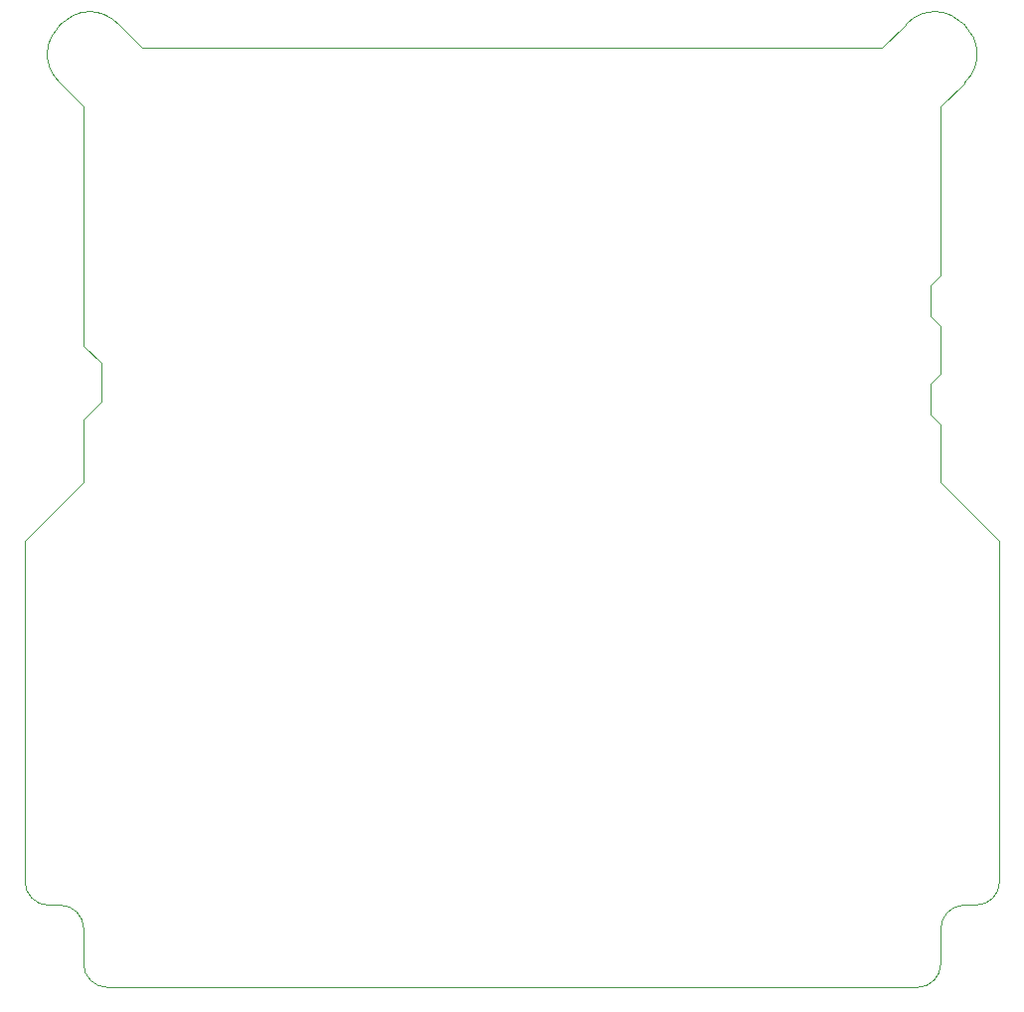
<source format=gbr>
G04 #@! TF.GenerationSoftware,KiCad,Pcbnew,(6.0.10-0)*
G04 #@! TF.CreationDate,2023-01-04T10:37:38-05:00*
G04 #@! TF.ProjectId,ReLoki_ECAD,52654c6f-6b69-45f4-9543-41442e6b6963,0.2.1*
G04 #@! TF.SameCoordinates,Original*
G04 #@! TF.FileFunction,Profile,NP*
%FSLAX46Y46*%
G04 Gerber Fmt 4.6, Leading zero omitted, Abs format (unit mm)*
G04 Created by KiCad (PCBNEW (6.0.10-0)) date 2023-01-04 10:37:38*
%MOMM*%
%LPD*%
G01*
G04 APERTURE LIST*
G04 #@! TA.AperFunction,Profile*
%ADD10C,0.100000*%
G04 #@! TD*
G04 APERTURE END LIST*
D10*
X142800000Y-125600000D02*
G75*
G03*
X144800000Y-123600000I0J2000000D01*
G01*
X138949999Y-81199999D02*
X138949999Y-83799999D01*
X139799999Y-76249999D02*
X139799999Y-80349999D01*
X66800001Y-130599999D02*
G75*
G03*
X68799999Y-132599999I1999999J-1D01*
G01*
X69799999Y-50600001D02*
G75*
G03*
X64800001Y-55599999I-2499999J-2499999D01*
G01*
X137799999Y-132599999D02*
G75*
G03*
X139799999Y-130599999I1J1999999D01*
G01*
X138949999Y-72799999D02*
X139799999Y-71949999D01*
X138949999Y-81199999D02*
X139799999Y-80349999D01*
X144799999Y-94599999D02*
X139799999Y-89599999D01*
X139799999Y-84649999D02*
X139799999Y-89599999D01*
X138949999Y-83799999D02*
X139799999Y-84649999D01*
X66799999Y-89599999D02*
X66799999Y-84249999D01*
X71800000Y-52600000D02*
X69799999Y-50600001D01*
X61799999Y-94599999D02*
X61800000Y-123600000D01*
X134800000Y-52600000D02*
X136800001Y-50600001D01*
X61799999Y-94599999D02*
X66799999Y-89599999D01*
X144799999Y-94599999D02*
X144800000Y-123600000D01*
X138949999Y-72799999D02*
X138949999Y-75399999D01*
X141799999Y-55599999D02*
X139800000Y-57600000D01*
X68299999Y-79449999D02*
X66799999Y-77949999D01*
X61800000Y-123600000D02*
G75*
G03*
X63800000Y-125600000I2000000J0D01*
G01*
X64799999Y-125599999D02*
X63800000Y-125600000D01*
X71800000Y-52600000D02*
X134800000Y-52600000D01*
X141799999Y-125599999D02*
G75*
G03*
X139799999Y-127599999I1J-2000001D01*
G01*
X66799999Y-130599999D02*
X66799999Y-127599999D01*
X68299999Y-82749999D02*
X66799999Y-84249999D01*
X139799999Y-130599999D02*
X139799999Y-127599999D01*
X139799999Y-71949999D02*
X139800000Y-57600000D01*
X68299999Y-79449999D02*
X68299999Y-82749999D01*
X141799999Y-55599999D02*
G75*
G03*
X136800001Y-50600001I-2499999J2499999D01*
G01*
X137799999Y-132599999D02*
X68799999Y-132599999D01*
X138949999Y-75399999D02*
X139799999Y-76249999D01*
X66800001Y-127599999D02*
G75*
G03*
X64799999Y-125599999I-2000001J-1D01*
G01*
X66800000Y-57600000D02*
X64800001Y-55599999D01*
X142800000Y-125600000D02*
X141799999Y-125599999D01*
X66799999Y-77949999D02*
X66800000Y-57600000D01*
M02*

</source>
